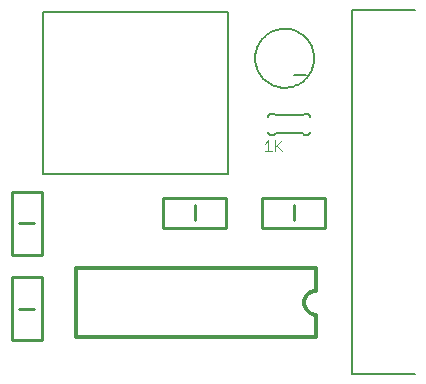
<source format=gto>
G75*
G70*
%OFA0B0*%
%FSLAX24Y24*%
%IPPOS*%
%LPD*%
%AMOC8*
5,1,8,0,0,1.08239X$1,22.5*
%
%ADD10C,0.0120*%
%ADD11C,0.0100*%
%ADD12C,0.0080*%
%ADD13C,0.0060*%
%ADD14C,0.0040*%
D10*
X002800Y003458D02*
X002800Y005758D01*
X010800Y005758D01*
X010800Y005008D01*
X010761Y005006D01*
X010722Y005000D01*
X010684Y004991D01*
X010647Y004978D01*
X010611Y004961D01*
X010578Y004941D01*
X010546Y004917D01*
X010517Y004891D01*
X010491Y004862D01*
X010467Y004830D01*
X010447Y004797D01*
X010430Y004761D01*
X010417Y004724D01*
X010408Y004686D01*
X010402Y004647D01*
X010400Y004608D01*
X010402Y004569D01*
X010408Y004530D01*
X010417Y004492D01*
X010430Y004455D01*
X010447Y004419D01*
X010467Y004386D01*
X010491Y004354D01*
X010517Y004325D01*
X010546Y004299D01*
X010578Y004275D01*
X010611Y004255D01*
X010647Y004238D01*
X010684Y004225D01*
X010722Y004216D01*
X010761Y004210D01*
X010800Y004208D01*
X010800Y003458D01*
X002800Y003458D01*
D11*
X000650Y003358D02*
X000650Y005458D01*
X001650Y005458D01*
X001650Y003358D01*
X000650Y003358D01*
X000900Y004408D02*
X001400Y004408D01*
X001650Y006208D02*
X000650Y006208D01*
X000650Y008308D01*
X001650Y008308D01*
X001650Y006208D01*
X001400Y007258D02*
X000900Y007258D01*
X005700Y007108D02*
X005700Y008108D01*
X007800Y008108D01*
X007800Y007108D01*
X005700Y007108D01*
X006750Y007358D02*
X006750Y007858D01*
X009000Y008108D02*
X009000Y007108D01*
X011100Y007108D01*
X011100Y008108D01*
X009000Y008108D01*
X010050Y007858D02*
X010050Y007358D01*
D12*
X007850Y008908D02*
X007850Y014308D01*
X001700Y014308D01*
X001700Y008908D01*
X007850Y008908D01*
X010050Y012208D02*
X010450Y012208D01*
X008766Y012758D02*
X008768Y012820D01*
X008774Y012883D01*
X008784Y012944D01*
X008798Y013005D01*
X008815Y013065D01*
X008836Y013124D01*
X008862Y013181D01*
X008890Y013236D01*
X008922Y013290D01*
X008958Y013341D01*
X008996Y013391D01*
X009038Y013437D01*
X009082Y013481D01*
X009130Y013522D01*
X009179Y013560D01*
X009231Y013594D01*
X009285Y013625D01*
X009341Y013653D01*
X009399Y013677D01*
X009458Y013698D01*
X009518Y013714D01*
X009579Y013727D01*
X009641Y013736D01*
X009703Y013741D01*
X009766Y013742D01*
X009828Y013739D01*
X009890Y013732D01*
X009952Y013721D01*
X010012Y013706D01*
X010072Y013688D01*
X010130Y013666D01*
X010187Y013640D01*
X010242Y013610D01*
X010295Y013577D01*
X010346Y013541D01*
X010394Y013502D01*
X010440Y013459D01*
X010483Y013414D01*
X010523Y013366D01*
X010560Y013316D01*
X010594Y013263D01*
X010625Y013209D01*
X010651Y013153D01*
X010675Y013095D01*
X010694Y013035D01*
X010710Y012975D01*
X010722Y012913D01*
X010730Y012852D01*
X010734Y012789D01*
X010734Y012727D01*
X010730Y012664D01*
X010722Y012603D01*
X010710Y012541D01*
X010694Y012481D01*
X010675Y012421D01*
X010651Y012363D01*
X010625Y012307D01*
X010594Y012253D01*
X010560Y012200D01*
X010523Y012150D01*
X010483Y012102D01*
X010440Y012057D01*
X010394Y012014D01*
X010346Y011975D01*
X010295Y011939D01*
X010242Y011906D01*
X010187Y011876D01*
X010130Y011850D01*
X010072Y011828D01*
X010012Y011810D01*
X009952Y011795D01*
X009890Y011784D01*
X009828Y011777D01*
X009766Y011774D01*
X009703Y011775D01*
X009641Y011780D01*
X009579Y011789D01*
X009518Y011802D01*
X009458Y011818D01*
X009399Y011839D01*
X009341Y011863D01*
X009285Y011891D01*
X009231Y011922D01*
X009179Y011956D01*
X009130Y011994D01*
X009082Y012035D01*
X009038Y012079D01*
X008996Y012125D01*
X008958Y012175D01*
X008922Y012226D01*
X008890Y012280D01*
X008862Y012335D01*
X008836Y012392D01*
X008815Y012451D01*
X008798Y012511D01*
X008784Y012572D01*
X008774Y012633D01*
X008768Y012696D01*
X008766Y012758D01*
X011998Y014371D02*
X011998Y002245D01*
X014100Y002245D01*
X014100Y014371D02*
X011998Y014371D01*
D13*
X010500Y010908D02*
X010400Y010908D01*
X010350Y010858D01*
X009450Y010858D01*
X009400Y010908D01*
X009300Y010908D01*
X009283Y010906D01*
X009266Y010902D01*
X009250Y010895D01*
X009236Y010885D01*
X009223Y010872D01*
X009213Y010858D01*
X009206Y010842D01*
X009202Y010825D01*
X009200Y010808D01*
X009200Y010308D02*
X009202Y010291D01*
X009206Y010274D01*
X009213Y010258D01*
X009223Y010244D01*
X009236Y010231D01*
X009250Y010221D01*
X009266Y010214D01*
X009283Y010210D01*
X009300Y010208D01*
X009400Y010208D01*
X009450Y010258D01*
X010350Y010258D01*
X010400Y010208D01*
X010500Y010208D01*
X010517Y010210D01*
X010534Y010214D01*
X010550Y010221D01*
X010564Y010231D01*
X010577Y010244D01*
X010587Y010258D01*
X010594Y010274D01*
X010598Y010291D01*
X010600Y010308D01*
X010600Y010808D02*
X010598Y010825D01*
X010594Y010842D01*
X010587Y010858D01*
X010577Y010872D01*
X010564Y010885D01*
X010550Y010895D01*
X010534Y010902D01*
X010517Y010906D01*
X010500Y010908D01*
D14*
X009673Y010019D02*
X009439Y009785D01*
X009497Y009843D02*
X009673Y009668D01*
X009439Y009668D02*
X009439Y010019D01*
X009197Y010019D02*
X009197Y009668D01*
X009080Y009668D02*
X009314Y009668D01*
X009080Y009902D02*
X009197Y010019D01*
M02*

</source>
